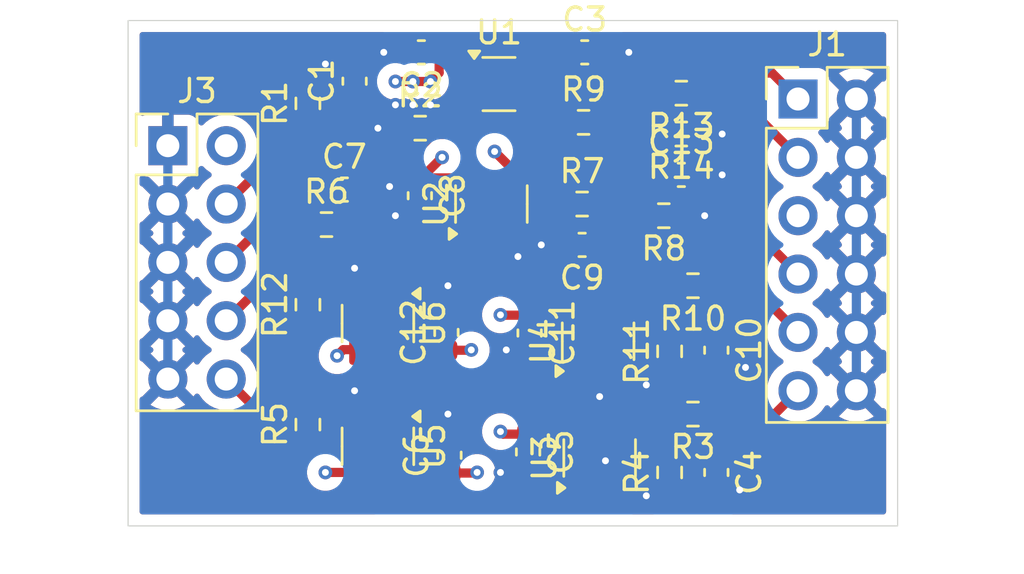
<source format=kicad_pcb>
(kicad_pcb (version 20241229) (generator "pcbnew") (generator_version "9.0")
  (layers (0 "F.Cu" signal) (4 "In1.Cu" signal) (6 "In2.Cu" signal) (2 "B.Cu" signal) (13 "F.Paste" user) (15 "B.Paste" user) (5 "F.SilkS" user "F.Silkscreen") (7 "B.SilkS" user "B.Silkscreen") (1 "F.Mask" user) (3 "B.Mask" user) (25 "Edge.Cuts" user))
  (net 0 "")
  (net 1 "GND")
  (net 2 "Net-(U1-on)")
  (net 3 "/V_batt_in")
  (net 4 "/V_batt_out")
  (net 5 "Net-(U3-+)")
  (net 6 "VDD")
  (net 7 "Net-(U2-no)")
  (net 8 "/L2_out")
  (net 9 "Net-(U4-+)")
  (net 10 "/en")
  (net 11 "/pot_y_out")
  (net 12 "/L2_in")
  (net 13 "/pot_x_out")
  (net 14 "/V_pot_rail")
  (net 15 "/en_in")
  (net 16 "/pot_y_in")
  (net 17 "/pot_x_in")
  (net 18 "Net-(U5-com)")
  (net 19 "Net-(U2-com)")
  (net 20 "Net-(U1-flt)")
  (net 21 "Net-(U6-com)")
  (net 23 "Net-(U3--)")
  (net 24 "Net-(U4--)")
  (footprint "Capacitor_SMD:C_0603_1608Metric" (layer "F.Cu") (at 89.202 94.1255 -90)
    (property "Reference" "C8" (at 0 -1.43 90) (layer "F.SilkS"))
    (property "Value" "100n")
    (fp_line (start -0.14058 0.51) (end 0.14058 0.51) (stroke (width 0.12)) (layer "F.SilkS"))
    (fp_line (start -0.14058 -0.51) (end 0.14058 -0.51) (stroke (width 0.12)) (layer "F.SilkS"))
    (pad "1" smd roundrect (at -0.775 0 270) (size 0.9 0.95) (layers "F.Cu" "F.Mask" "F.Paste") (net 6 "VDD"))
    (pad "2" smd roundrect (at 0.775 0 270) (size 0.9 0.95) (layers "F.Cu" "F.Mask" "F.Paste") (net 1 "GND"))
  )
  (footprint "Connector_PinHeader_2.54mm:PinHeader_2x05_P2.54mm_Vertical" (layer "F.Cu") (at 78.232 91.948)
    (property "Reference" "J3" (at 1.27 -2.38 0) (layer "F.SilkS"))
    (property "Value" "Conn_02x05_Odd_Even")
    (fp_line (start -1.38 -1.38) (end 0 -1.38) (stroke (width 0.12)) (layer "F.SilkS"))
    (fp_line (start -1.38 0) (end -1.38 -1.38) (stroke (width 0.12)) (layer "F.SilkS"))
    (fp_line (start -1.38 1.27) (end -1.38 11.54) (stroke (width 0.12)) (layer "F.SilkS"))
    (fp_line (start -1.38 1.27) (end 1.27 1.27) (stroke (width 0.12)) (layer "F.SilkS"))
    (fp_line (start -1.38 11.54) (end 3.92 11.54) (stroke (width 0.12)) (layer "F.SilkS"))
    (fp_line (start 1.27 -1.38) (end 3.92 -1.38) (stroke (width 0.12)) (layer "F.SilkS"))
    (fp_line (start 1.27 1.27) (end 1.27 -1.38) (stroke (width 0.12)) (layer "F.SilkS"))
    (fp_line (start 3.92 -1.38) (end 3.92 11.54) (stroke (width 0.12)) (layer "F.SilkS"))
    (pad "1" thru_hole rect (at 0 0) (size 1.7 1.7) (drill 1) (layers "*.Cu" "*.Mask") (net 1 "GND"))
    (pad "2" thru_hole circle (at 2.54 0) (size 1.7 1.7) (drill 1) (layers "*.Cu" "*.Mask") (net 3 "/V_batt_in"))
    (pad "3" thru_hole circle (at 0 2.54) (size 1.7 1.7) (drill 1) (layers "*.Cu" "*.Mask") (net 1 "GND"))
    (pad "4" thru_hole circle (at 2.54 2.54) (size 1.7 1.7) (drill 1) (layers "*.Cu" "*.Mask") (net 14 "/V_pot_rail"))
    (pad "5" thru_hole circle (at 0 5.08) (size 1.7 1.7) (drill 1) (layers "*.Cu" "*.Mask") (net 1 "GND"))
    (pad "6" thru_hole circle (at 2.54 5.08) (size 1.7 1.7) (drill 1) (layers "*.Cu" "*.Mask") (net 12 "/L2_in"))
    (pad "7" thru_hole circle (at 0 7.62) (size 1.7 1.7) (drill 1) (layers "*.Cu" "*.Mask") (net 1 "GND"))
    (pad "8" thru_hole circle (at 2.54 7.62) (size 1.7 1.7) (drill 1) (layers "*.Cu" "*.Mask") (net 13 "/pot_x_out"))
    (pad "9" thru_hole circle (at 0 10.16) (size 1.7 1.7) (drill 1) (layers "*.Cu" "*.Mask") (net 1 "GND"))
    (pad "10" thru_hole circle (at 2.54 10.16) (size 1.7 1.7) (drill 1) (layers "*.Cu" "*.Mask") (net 11 "/pot_y_out"))
  )
  (footprint "Capacitor_SMD:C_0603_1608Metric" (layer "F.Cu") (at 96.266 96.266 180)
    (property "Reference" "C9" (at 0 -1.43 0) (layer "F.SilkS"))
    (property "Value" "100n")
    (fp_line (start -0.14058 0.51) (end 0.14058 0.51) (stroke (width 0.12)) (layer "F.SilkS"))
    (fp_line (start -0.14058 -0.51) (end 0.14058 -0.51) (stroke (width 0.12)) (layer "F.SilkS"))
    (pad "1" smd roundrect (at -0.775 0 180) (size 0.9 0.95) (layers "F.Cu" "F.Mask" "F.Paste") (net 8 "/L2_out"))
    (pad "2" smd roundrect (at 0.775 0 180) (size 0.9 0.95) (layers "F.Cu" "F.Mask" "F.Paste") (net 1 "GND"))
  )
  (footprint "Capacitor_SMD:C_0603_1608Metric" (layer "F.Cu") (at 100.584 93.218)
    (property "Reference" "C13" (at 0 -1.43 0) (layer "F.SilkS"))
    (property "Value" "100n")
    (fp_line (start -0.14058 -0.51) (end 0.14058 -0.51) (stroke (width 0.12)) (layer "F.SilkS"))
    (fp_line (start -0.14058 0.51) (end 0.14058 0.51) (stroke (width 0.12)) (layer "F.SilkS"))
    (pad "1" smd roundrect (at -0.775 0) (size 0.9 0.95) (layers "F.Cu" "F.Mask" "F.Paste") (net 10 "/en"))
    (pad "2" smd roundrect (at 0.775 0) (size 0.9 0.95) (layers "F.Cu" "F.Mask" "F.Paste") (net 1 "GND"))
  )
  (footprint "Resistor_SMD:R_0603_1608Metric" (layer "F.Cu") (at 100.584 89.662 180)
    (property "Reference" "R13" (at 0 -1.43 0) (layer "F.SilkS"))
    (property "Value" "1k")
    (fp_line (start -0.237258 0.5225) (end 0.237258 0.5225) (stroke (width 0.12)) (layer "F.SilkS"))
    (fp_line (start -0.237258 -0.5225) (end 0.237258 -0.5225) (stroke (width 0.12)) (layer "F.SilkS"))
    (pad "1" smd roundrect (at -0.825 0 180) (size 0.8 0.95) (layers "F.Cu" "F.Mask" "F.Paste") (net 15 "/en_in"))
    (pad "2" smd roundrect (at 0.825 0 180) (size 0.8 0.95) (layers "F.Cu" "F.Mask" "F.Paste") (net 10 "/en"))
  )
  (footprint "Package_TO_SOT_SMD:SOT-23-5" (layer "F.Cu") (at 87.376 105.0345 -90)
    (property "Reference" "U5" (at 0 -2.4 90) (layer "F.SilkS"))
    (property "Value" "~")
    (fp_line (start 0 1.56) (end -0.8 1.56) (stroke (width 0.12)) (layer "F.SilkS"))
    (fp_line (start 0 1.56) (end 0.8 1.56) (stroke (width 0.12)) (layer "F.SilkS"))
    (fp_line (start 0 -1.56) (end -0.8 -1.56) (stroke (width 0.12)) (layer "F.SilkS"))
    (fp_line (start 0 -1.56) (end 0.8 -1.56) (stroke (width 0.12)) (layer "F.SilkS"))
    (fp_poly (pts (xy -1.3 -1.51) (xy -1.54 -1.84) (xy -1.06 -1.84)) (stroke (width 0.12)) (fill yes) (layer "F.SilkS"))
    (pad "1" smd roundrect (at -1.1375 -0.95 270) (size 1.325 0.6) (layers "F.Cu" "F.Mask" "F.Paste") (net 23 "Net-(U3--)"))
    (pad "2" smd roundrect (at -1.1375 0 270) (size 1.325 0.6) (layers "F.Cu" "F.Mask" "F.Paste") (net 18 "Net-(U5-com)"))
    (pad "3" smd roundrect (at -1.1375 0.95 270) (size 1.325 0.6) (layers "F.Cu" "F.Mask" "F.Paste") (net 1 "GND"))
    (pad "4" smd roundrect (at 1.1375 0.95 270) (size 1.325 0.6) (layers "F.Cu" "F.Mask" "F.Paste") (net 10 "/en"))
    (pad "5" smd roundrect (at 1.1375 -0.95 270) (size 1.325 0.6) (layers "F.Cu" "F.Mask" "F.Paste") (net 6 "VDD"))
  )
  (footprint "Package_TO_SOT_SMD:SOT-363_SC-70-6" (layer "F.Cu") (at 92.648 89.266)
    (property "Reference" "U1" (at 0 -2.25 0) (layer "F.SilkS"))
    (property "Value" "~")
    (fp_line (start -0.71 -1.16) (end 0.7 -1.16) (stroke (width 0.12)) (layer "F.SilkS"))
    (fp_line (start -0.7 1.16) (end 0.7 1.16) (stroke (width 0.12)) (layer "F.SilkS"))
    (fp_poly (pts (xy -1.08 -1.11) (xy -1.32 -1.44) (xy -0.84 -1.44) (xy -1.08 -1.11)) (stroke (width 0.12)) (fill yes) (layer "F.SilkS"))
    (pad "1" smd roundrect (at -0.95 -0.65) (size 0.65 0.4) (layers "F.Cu" "F.Mask" "F.Paste") (net 3 "/V_batt_in"))
    (pad "2" smd roundrect (at -0.95 0) (size 0.65 0.4) (layers "F.Cu" "F.Mask" "F.Paste") (net 1 "GND"))
    (pad "3" smd roundrect (at -0.95 0.65) (size 0.65 0.4) (layers "F.Cu" "F.Mask" "F.Paste") (net 2 "Net-(U1-on)"))
    (pad "4" smd roundrect (at 0.95 0.65) (size 0.65 0.4) (layers "F.Cu" "F.Mask" "F.Paste"))
    (pad "5" smd roundrect (at 0.95 0) (size 0.65 0.4) (layers "F.Cu" "F.Mask" "F.Paste") (net 20 "Net-(U1-flt)"))
    (pad "6" smd roundrect (at 0.95 -0.65) (size 0.65 0.4) (layers "F.Cu" "F.Mask" "F.Paste") (net 4 "/V_batt_out"))
  )
  (footprint "Resistor_SMD:R_0603_1608Metric" (layer "F.Cu") (at 100.584 91.44 180)
    (property "Reference" "R14" (at 0 -1.43 0) (layer "F.SilkS"))
    (property "Value" "100k")
    (fp_line (start -0.237258 0.5225) (end 0.237258 0.5225) (stroke (width 0.12)) (layer "F.SilkS"))
    (fp_line (start -0.237258 -0.5225) (end 0.237258 -0.5225) (stroke (width 0.12)) (layer "F.SilkS"))
    (pad "1" smd roundrect (at -0.825 0 180) (size 0.8 0.95) (layers "F.Cu" "F.Mask" "F.Paste") (net 1 "GND"))
    (pad "2" smd roundrect (at 0.825 0 180) (size 0.8 0.95) (layers "F.Cu" "F.Mask" "F.Paste") (net 10 "/en"))
  )
  (footprint "Resistor_SMD:R_0603_1608Metric" (layer "F.Cu") (at 100.076 106.172 90)
    (property "Reference" "R4" (at 0 -1.43 90) (layer "F.SilkS"))
    (property "Value" "18k")
    (fp_line (start -0.237258 -0.5225) (end 0.237258 -0.5225) (stroke (width 0.12)) (layer "F.SilkS"))
    (fp_line (start -0.237258 0.5225) (end 0.237258 0.5225) (stroke (width 0.12)) (layer "F.SilkS"))
    (pad "1" smd roundrect (at -0.825 0 90) (size 0.8 0.95) (layers "F.Cu" "F.Mask" "F.Paste") (net 1 "GND"))
    (pad "2" smd roundrect (at 0.825 0 90) (size 0.8 0.95) (layers "F.Cu" "F.Mask" "F.Paste") (net 5 "Net-(U3-+)"))
  )
  (footprint "Package_TO_SOT_SMD:SOT-23-5" (layer "F.Cu") (at 87.376 99.6895 -90)
    (property "Reference" "U6" (at 0 -2.4 90) (layer "F.SilkS"))
    (property "Value" "~")
    (fp_line (start 0 1.56) (end -0.8 1.56) (stroke (width 0.12)) (layer "F.SilkS"))
    (fp_line (start 0 1.56) (end 0.8 1.56) (stroke (width 0.12)) (layer "F.SilkS"))
    (fp_line (start 0 -1.56) (end -0.8 -1.56) (stroke (width 0.12)) (layer "F.SilkS"))
    (fp_line (start 0 -1.56) (end 0.8 -1.56) (stroke (width 0.12)) (layer "F.SilkS"))
    (fp_poly (pts (xy -1.3 -1.51) (xy -1.54 -1.84) (xy -1.06 -1.84)) (stroke (width 0.12)) (fill yes) (layer "F.SilkS"))
    (pad "1" smd roundrect (at -1.1375 -0.95 270) (size 1.325 0.6) (layers "F.Cu" "F.Mask" "F.Paste") (net 24 "Net-(U4--)"))
    (pad "2" smd roundrect (at -1.1375 0 270) (size 1.325 0.6) (layers "F.Cu" "F.Mask" "F.Paste") (net 21 "Net-(U6-com)"))
    (pad "3" smd roundrect (at -1.1375 0.95 270) (size 1.325 0.6) (layers "F.Cu" "F.Mask" "F.Paste") (net 1 "GND"))
    (pad "4" smd roundrect (at 1.1375 0.95 270) (size 1.325 0.6) (layers "F.Cu" "F.Mask" "F.Paste") (net 10 "/en"))
    (pad "5" smd roundrect (at 1.1375 -0.95 270) (size 1.325 0.6) (layers "F.Cu" "F.Mask" "F.Paste") (net 6 "VDD"))
  )
  (footprint "Capacitor_SMD:C_0603_1608Metric" (layer "F.Cu") (at 96.379 87.884)
    (property "Reference" "C3" (at 0 -1.43 0) (layer "F.SilkS"))
    (property "Value" "100n")
    (fp_line (start -0.14058 -0.51) (end 0.14058 -0.51) (stroke (width 0.12)) (layer "F.SilkS"))
    (fp_line (start -0.14058 0.51) (end 0.14058 0.51) (stroke (width 0.12)) (layer "F.SilkS"))
    (pad "1" smd roundrect (at -0.775 0) (size 0.9 0.95) (layers "F.Cu" "F.Mask" "F.Paste") (net 4 "/V_batt_out"))
    (pad "2" smd roundrect (at 0.775 0) (size 0.9 0.95) (layers "F.Cu" "F.Mask" "F.Paste") (net 1 "GND"))
  )
  (footprint "Capacitor_SMD:C_0603_1608Metric" (layer "F.Cu") (at 86.36 89.141 90)
    (property "Reference" "C1" (at 0 -1.43 90) (layer "F.SilkS"))
    (property "Value" "100n")
    (fp_line (start -0.14058 -0.51) (end 0.14058 -0.51) (stroke (width 0.12)) (layer "F.SilkS"))
    (fp_line (start -0.14058 0.51) (end 0.14058 0.51) (stroke (width 0.12)) (layer "F.SilkS"))
    (pad "1" smd roundrect (at -0.775 0 90) (size 0.9 0.95) (layers "F.Cu" "F.Mask" "F.Paste") (net 2 "Net-(U1-on)"))
    (pad "2" smd roundrect (at 0.775 0 90) (size 0.9 0.95) (layers "F.Cu" "F.Mask" "F.Paste") (net 1 "GND"))
  )
  (footprint "Resistor_SMD:R_0603_1608Metric" (layer "F.Cu") (at 84.328 90.107 90)
    (property "Reference" "R1" (at 0 -1.43 90) (layer "F.SilkS"))
    (property "Value" "1k")
    (fp_line (start -0.237258 -0.5225) (end 0.237258 -0.5225) (stroke (width 0.12)) (layer "F.SilkS"))
    (fp_line (start -0.237258 0.5225) (end 0.237258 0.5225) (stroke (width 0.12)) (layer "F.SilkS"))
    (pad "1" smd roundrect (at -0.825 0 90) (size 0.8 0.95) (layers "F.Cu" "F.Mask" "F.Paste") (net 14 "/V_pot_rail"))
    (pad "2" smd roundrect (at 0.825 0 90) (size 0.8 0.95) (layers "F.Cu" "F.Mask" "F.Paste") (net 2 "Net-(U1-on)"))
  )
  (footprint "Resistor_SMD:R_0603_1608Metric" (layer "F.Cu") (at 85.138 95.3825)
    (property "Reference" "R6" (at 0 -1.43 0) (layer "F.SilkS"))
    (property "Value" "1k")
    (fp_line (start -0.237258 -0.5225) (end 0.237258 -0.5225) (stroke (width 0.12)) (layer "F.SilkS"))
    (fp_line (start -0.237258 0.5225) (end 0.237258 0.5225) (stroke (width 0.12)) (layer "F.SilkS"))
    (pad "1" smd roundrect (at -0.825 0) (size 0.8 0.95) (layers "F.Cu" "F.Mask" "F.Paste") (net 12 "/L2_in"))
    (pad "2" smd roundrect (at 0.825 0) (size 0.8 0.95) (layers "F.Cu" "F.Mask" "F.Paste") (net 7 "Net-(U2-no)"))
  )
  (footprint "Package_TO_SOT_SMD:SOT-23-5" (layer "F.Cu") (at 97.028 105.5425 90)
    (property "Reference" "U3" (at 0 -2.4 90) (layer "F.SilkS"))
    (property "Value" "TLV9061xDBV")
    (fp_line (start 0 -1.56) (end 0.8 -1.56) (stroke (width 0.12)) (layer "F.SilkS"))
    (fp_line (start 0 -1.56) (end -0.8 -1.56) (stroke (width 0.12)) (layer "F.SilkS"))
    (fp_line (start 0 1.56) (end 0.8 1.56) (stroke (width 0.12)) (layer "F.SilkS"))
    (fp_line (start 0 1.56) (end -0.8 1.56) (stroke (width 0.12)) (layer "F.SilkS"))
    (fp_poly (pts (xy -1.3 -1.51) (xy -1.54 -1.84) (xy -1.06 -1.84)) (stroke (width 0.12)) (fill yes) (layer "F.SilkS"))
    (pad "1" smd roundrect (at -1.1375 -0.95 90) (size 1.325 0.6) (layers "F.Cu" "F.Mask" "F.Paste") (net 23 "Net-(U3--)"))
    (pad "2" smd roundrect (at -1.1375 0 90) (size 1.325 0.6) (layers "F.Cu" "F.Mask" "F.Paste") (net 1 "GND"))
    (pad "3" smd roundrect (at -1.1375 0.95 90) (size 1.325 0.6) (layers "F.Cu" "F.Mask" "F.Paste") (net 5 "Net-(U3-+)"))
    (pad "4" smd roundrect (at 1.1375 0.95 90) (size 1.325 0.6) (layers "F.Cu" "F.Mask" "F.Paste") (net 23 "Net-(U3--)"))
    (pad "5" smd roundrect (at 1.1375 -0.95 90) (size 1.325 0.6) (layers "F.Cu" "F.Mask" "F.Paste") (net 6 "VDD"))
  )
  (footprint "Resistor_SMD:R_0603_1608Metric" (layer "F.Cu") (at 89.217 91.186)
    (property "Reference" "R2" (at 0 -1.43 0) (layer "F.SilkS"))
    (property "Value" "100k")
    (fp_line (start -0.237258 -0.5225) (end 0.237258 -0.5225) (stroke (width 0.12)) (layer "F.SilkS"))
    (fp_line (start -0.237258 0.5225) (end 0.237258 0.5225) (stroke (width 0.12)) (layer "F.SilkS"))
    (pad "1" smd roundrect (at -0.825 0) (size 0.8 0.95) (layers "F.Cu" "F.Mask" "F.Paste") (net 1 "GND"))
    (pad "2" smd roundrect (at 0.825 0) (size 0.8 0.95) (layers "F.Cu" "F.Mask" "F.Paste") (net 2 "Net-(U1-on)"))
  )
  (footprint "Capacitor_SMD:C_0603_1608Metric" (layer "F.Cu") (at 90.49 105.423 90)
    (property "Reference" "C6" (at 0 -1.43 90) (layer "F.SilkS"))
    (property "Value" "100n")
    (fp_line (start -0.14058 -0.51) (end 0.14058 -0.51) (stroke (width 0.12)) (layer "F.SilkS"))
    (fp_line (start -0.14058 0.51) (end 0.14058 0.51) (stroke (width 0.12)) (layer "F.SilkS"))
    (pad "1" smd roundrect (at -0.775 0 90) (size 0.9 0.95) (layers "F.Cu" "F.Mask" "F.Paste") (net 6 "VDD"))
    (pad "2" smd roundrect (at 0.775 0 90) (size 0.9 0.95) (layers "F.Cu" "F.Mask" "F.Paste") (net 1 "GND"))
  )
  (footprint "Capacitor_SMD:C_0603_1608Metric" (layer "F.Cu") (at 102.108 106.172 -90)
    (property "Reference" "C4" (at 0 -1.43 90) (layer "F.SilkS"))
    (property "Value" "100n")
    (fp_line (start -0.14058 0.51) (end 0.14058 0.51) (stroke (width 0.12)) (layer "F.SilkS"))
    (fp_line (start -0.14058 -0.51) (end 0.14058 -0.51) (stroke (width 0.12)) (layer "F.SilkS"))
    (pad "1" smd roundrect (at -0.775 0 270) (size 0.9 0.95) (layers "F.Cu" "F.Mask" "F.Paste") (net 5 "Net-(U3-+)"))
    (pad "2" smd roundrect (at 0.775 0 270) (size 0.9 0.95) (layers "F.Cu" "F.Mask" "F.Paste") (net 1 "GND"))
  )
  (footprint "Package_TO_SOT_SMD:SOT-23-5" (layer "F.Cu") (at 92.316 94.488 90)
    (property "Reference" "U2" (at 0 -2.4 90) (layer "F.SilkS"))
    (property "Value" "~")
    (fp_line (start 0 -1.56) (end 0.8 -1.56) (stroke (width 0.12)) (layer "F.SilkS"))
    (fp_line (start 0 -1.56) (end -0.8 -1.56) (stroke (width 0.12)) (layer "F.SilkS"))
    (fp_line (start 0 1.56) (end 0.8 1.56) (stroke (width 0.12)) (layer "F.SilkS"))
    (fp_line (start 0 1.56) (end -0.8 1.56) (stroke (width 0.12)) (layer "F.SilkS"))
    (fp_poly (pts (xy -1.3 -1.51) (xy -1.54 -1.84) (xy -1.06 -1.84)) (stroke (width 0.12)) (fill yes) (layer "F.SilkS"))
    (pad "1" smd roundrect (at -1.1375 -0.95 90) (size 1.325 0.6) (layers "F.Cu" "F.Mask" "F.Paste") (net 7 "Net-(U2-no)"))
    (pad "2" smd roundrect (at -1.1375 0 90) (size 1.325 0.6) (layers "F.Cu" "F.Mask" "F.Paste") (net 19 "Net-(U2-com)"))
    (pad "3" smd roundrect (at -1.1375 0.95 90) (size 1.325 0.6) (layers "F.Cu" "F.Mask" "F.Paste") (net 1 "GND"))
    (pad "4" smd roundrect (at 1.1375 0.95 90) (size 1.325 0.6) (layers "F.Cu" "F.Mask" "F.Paste") (net 10 "/en"))
    (pad "5" smd roundrect (at 1.1375 -0.95 90) (size 1.325 0.6) (layers "F.Cu" "F.Mask" "F.Paste") (net 6 "VDD"))
  )
  (footprint "Package_TO_SOT_SMD:SOT-23-5" (layer "F.Cu") (at 96.962 100.4625 90)
    (property "Reference" "U4" (at 0 -2.4 90) (layer "F.SilkS"))
    (property "Value" "TLV9061xDBV")
    (fp_line (start 0 -1.56) (end 0.8 -1.56) (stroke (width 0.12)) (layer "F.SilkS"))
    (fp_line (start 0 -1.56) (end -0.8 -1.56) (stroke (width 0.12)) (layer "F.SilkS"))
    (fp_line (start 0 1.56) (end 0.8 1.56) (stroke (width 0.12)) (layer "F.SilkS"))
    (fp_line (start 0 1.56) (end -0.8 1.56) (stroke (width 0.12)) (layer "F.SilkS"))
    (fp_poly (pts (xy -1.3 -1.51) (xy -1.54 -1.84) (xy -1.06 -1.84)) (stroke (width 0.12)) (fill yes) (layer "F.SilkS"))
    (pad "1" smd roundrect (at -1.1375 -0.95 90) (size 1.325 0.6) (layers "F.Cu" "F.Mask" "F.Paste") (net 24 "Net-(U4--)"))
    (pad "2" smd roundrect (at -1.1375 0 90) (size 1.325 0.6) (layers "F.Cu" "F.Mask" "F.Paste") (net 1 "GND"))
    (pad "3" smd roundrect (at -1.1375 0.95 90) (size 1.325 0.6) (layers "F.Cu" "F.Mask" "F.Paste") (net 9 "Net-(U4-+)"))
    (pad "4" smd roundrect (at 1.1375 0.95 90) (size 1.325 0.6) (layers "F.Cu" "F.Mask" "F.Paste") (net 24 "Net-(U4--)"))
    (pad "5" smd roundrect (at 1.1375 -0.95 90) (size 1.325 0.6) (layers "F.Cu" "F.Mask" "F.Paste") (net 6 "VDD"))
  )
  (footprint "Resistor_SMD:R_0603_1608Metric" (layer "F.Cu") (at 96.329 90.932)
    (property "Reference" "R9" (at 0 -1.43 0) (layer "F.SilkS"))
    (property "Value" "100k")
    (fp_line (start -0.237258 -0.5225) (end 0.237258 -0.5225) (stroke (width 0.12)) (layer "F.SilkS"))
    (fp_line (start -0.237258 0.5225) (end 0.237258 0.5225) (stroke (width 0.12)) (layer "F.SilkS"))
    (pad "1" smd roundrect (at -0.825 0) (size 0.8 0.95) (layers "F.Cu" "F.Mask" "F.Paste") (net 20 "Net-(U1-flt)"))
    (pad "2" smd roundrect (at 0.825 0) (size 0.8 0.95) (layers "F.Cu" "F.Mask" "F.Paste") (net 4 "/V_batt_out"))
  )
  (footprint "Capacitor_SMD:C_0603_1608Metric" (layer "F.Cu") (at 93.98 100.102 -90)
    (property "Reference" "C11" (at 0 -1.43 90) (layer "F.SilkS"))
    (property "Value" "100n")
    (fp_line (start -0.14058 0.51) (end 0.14058 0.51) (stroke (width 0.12)) (layer "F.SilkS"))
    (fp_line (start -0.14058 -0.51) (end 0.14058 -0.51) (stroke (width 0.12)) (layer "F.SilkS"))
    (pad "1" smd roundrect (at -0.775 0 270) (size 0.9 0.95) (layers "F.Cu" "F.Mask" "F.Paste") (net 6 "VDD"))
    (pad "2" smd roundrect (at 0.775 0 270) (size 0.9 0.95) (layers "F.Cu" "F.Mask" "F.Paste") (net 1 "GND"))
  )
  (footprint "Resistor_SMD:R_0603_1608Metric" (layer "F.Cu") (at 101.092 98.044 180)
    (property "Reference" "R10" (at 0 -1.43 0) (layer "F.SilkS"))
    (property "Value" "15k")
    (fp_line (start -0.237258 0.5225) (end 0.237258 0.5225) (stroke (width 0.12)) (layer "F.SilkS"))
    (fp_line (start -0.237258 -0.5225) (end 0.237258 -0.5225) (stroke (width 0.12)) (layer "F.SilkS"))
    (pad "1" smd roundrect (at -0.825 0 180) (size 0.8 0.95) (layers "F.Cu" "F.Mask" "F.Paste") (net 17 "/pot_x_in"))
    (pad "2" smd roundrect (at 0.825 0 180) (size 0.8 0.95) (layers "F.Cu" "F.Mask" "F.Paste") (net 9 "Net-(U4-+)"))
  )
  (footprint "Capacitor_SMD:C_0603_1608Metric" (layer "F.Cu") (at 90.358 100.078 90)
    (property "Reference" "C12" (at 0 -1.43 90) (layer "F.SilkS"))
    (property "Value" "100n")
    (fp_line (start -0.14058 -0.51) (end 0.14058 -0.51) (stroke (width 0.12)) (layer "F.SilkS"))
    (fp_line (start -0.14058 0.51) (end 0.14058 0.51) (stroke (width 0.12)) (layer "F.SilkS"))
    (pad "1" smd roundrect (at -0.775 0 90) (size 0.9 0.95) (layers "F.Cu" "F.Mask" "F.Paste") (net 6 "VDD"))
    (pad "2" smd roundrect (at 0.775 0 90) (size 0.9 0.95) (layers "F.Cu" "F.Mask" "F.Paste") (net 1 "GND"))
  )
  (footprint "Capacitor_SMD:C_0603_1608Metric" (layer "F.Cu") (at 102.108 100.851 -90)
    (property "Reference" "C10" (at 0 -1.43 90) (layer "F.SilkS"))
    (property "Value" "100n")
    (fp_line (start -0.14058 0.51) (end 0.14058 0.51) (stroke (width 0.12)) (layer "F.SilkS"))
    (fp_line (start -0.14058 -0.51) (end 0.14058 -0.51) (stroke (width 0.12)) (layer "F.SilkS"))
    (pad "1" smd roundrect (at -0.775 0 270) (size 0.9 0.95) (layers "F.Cu" "F.Mask" "F.Paste") (net 9 "Net-(U4-+)"))
    (pad "2" smd roundrect (at 0.775 0 270) (size 0.9 0.95) (layers "F.Cu" "F.Mask" "F.Paste") (net 1 "GND"))
  )
  (footprint "Resistor_SMD:R_0603_1608Metric" (layer "F.Cu") (at 96.266 94.488)
    (property "Reference" "R7" (at 0 -1.43 0) (layer "F.SilkS"))
    (property "Value" "1k")
    (fp_line (start -0.237258 -0.5225) (end 0.237258 -0.5225) (stroke (width 0.12)) (layer "F.SilkS"))
    (fp_line (start -0.237258 0.5225) (end 0.237258 0.5225) (stroke (width 0.12)) (layer "F.SilkS"))
    (pad "1" smd roundrect (at -0.825 0) (size 0.8 0.95) (layers "F.Cu" "F.Mask" "F.Paste") (net 19 "Net-(U2-com)"))
    (pad "2" smd roundrect (at 0.825 0) (size 0.8 0.95) (layers "F.Cu" "F.Mask" "F.Paste") (net 8 "/L2_out"))
  )
  (footprint "Capacitor_SMD:C_0603_1608Metric" (layer "F.Cu") (at 85.913 93.8585)
    (property "Reference" "C7" (at 0 -1.43 0) (layer "F.SilkS"))
    (property "Value" "100n")
    (fp_line (start -0.14058 -0.51) (end 0.14058 -0.51) (stroke (width 0.12)) (layer "F.SilkS"))
    (fp_line (start -0.14058 0.51) (end 0.14058 0.51) (stroke (width 0.12)) (layer "F.SilkS"))
    (pad "1" smd roundrect (at -0.775 0) (size 0.9 0.95) (layers "F.Cu" "F.Mask" "F.Paste") (net 7 "Net-(U2-no)"))
    (pad "2" smd roundrect (at 0.775 0) (size 0.9 0.95) (layers "F.Cu" "F.Mask" "F.Paste") (net 1 "GND"))
  )
  (footprint "Connector_PinHeader_2.54mm:PinHeader_2x06_P2.54mm_Vertical" (layer "F.Cu") (at 105.664 89.916)
    (property "Reference" "J1" (at 1.27 -2.38 0) (layer "F.SilkS"))
    (property "Value" "Conn_02x06_Odd_Even")
    (fp_line (start -1.38 -1.38) (end 0 -1.38) (stroke (width 0.12)) (layer "F.SilkS"))
    (fp_line (start -1.38 0) (end -1.38 -1.38) (stroke (width 0.12)) (layer "F.SilkS"))
    (fp_line (start -1.38 1.27) (end -1.38 14.08) (stroke (width 0.12)) (layer "F.SilkS"))
    (fp_line (start -1.38 1.27) (end 1.27 1.27) (stroke (width 0.12)) (layer "F.SilkS"))
    (fp_line (start -1.38 14.08) (end 3.92 14.08) (stroke (width 0.12)) (layer "F.SilkS"))
    (fp_line (start 1.27 -1.38) (end 3.92 -1.38) (stroke (width 0.12)) (layer "F.SilkS"))
    (fp_line (start 1.27 1.27) (end 1.27 -1.38) (stroke (width 0.12)) (layer "F.SilkS"))
    (fp_line (start 3.92 -1.38) (end 3.92 14.08) (stroke (width 0.12)) (layer "F.SilkS"))
    (pad "1" thru_hole rect (at 0 0) (size 1.7 1.7) (drill 1) (layers "*.Cu" "*.Mask") (net 4 "/V_batt_out"))
    (pad "2" thru_hole circle (at 2.54 0) (size 1.7 1.7) (drill 1) (layers "*.Cu" "*.Mask") (net 1 "GND"))
    (pad "3" thru_hole circle (at 0 2.54) (size 1.7 1.7) (drill 1) (layers "*.Cu" "*.Mask") (net 15 "/en_in"))
    (pad "4" thru_hole circle (at 2.54 2.54) (size 1.7 1.7) (drill 1) (layers "*.Cu" "*.Mask") (net 1 "GND"))
    (pad "5" thru_hole circle (at 0 5.08) (size 1.7 1.7) (drill 1) (layers "*.Cu" "*.Mask") (net 6 "VDD"))
    (pad "6" thru_hole circle (at 2.54 5.08) (size 1.7 1.7) (drill 1) (layers "*.Cu" "*.Mask") (net 1 "GND"))
    (pad "7" thru_hole circle (at 0 7.62) (size 1.7 1.7) (drill 1) (layers "*.Cu" "*.Mask") (net 8 "/L2_out"))
    (pad "8" thru_hole circle (at 2.54 7.62) (size 1.7 1.7) (drill 1) (layers "*.Cu" "*.Mask") (net 1 "GND"))
    (pad "9" thru_hole circle (at 0 10.16) (size 1.7 1.7) (drill 1) (layers "*.Cu" "*.Mask") (net 17 "/pot_x_in"))
    (pad "10" thru_hole circle (at 2.54 10.16) (size 1.7 1.7) (drill 1) (layers "*.Cu" "*.Mask") (net 1 "GND"))
    (pad "11" thru_hole circle (at 0 12.7) (size 1.7 1.7) (drill 1) (layers "*.Cu" "*.Mask") (net 16 "/pot_y_in"))
    (pad "12" thru_hole circle (at 2.54 12.7) (size 1.7 1.7) (drill 1) (layers "*.Cu" "*.Mask") (net 1 "GND"))
  )
  (footprint "Capacitor_SMD:C_0603_1608Metric" (layer "F.Cu") (at 89.267 87.884 180)
    (property "Reference" "C2" (at 0 -1.43 0) (layer "F.SilkS"))
    (property "Value" "100n")
    (fp_line (start -0.14058 0.51) (end 0.14058 0.51) (stroke (width 0.12)) (layer "F.SilkS"))
    (fp_line (start -0.14058 -0.51) (end 0.14058 -0.51) (stroke (width 0.12)) (layer "F.SilkS"))
    (pad "1" smd roundrect (at -0.775 0 180) (size 0.9 0.95) (layers "F.Cu" "F.Mask" "F.Paste") (net 3 "/V_batt_in"))
    (pad "2" smd roundrect (at 0.775 0 180) (size 0.9 0.95) (layers "F.Cu" "F.Mask" "F.Paste") (net 1 "GND"))
  )
  (footprint "Resistor_SMD:R_0603_1608Metric" (layer "F.Cu") (at 100.076 100.901 90)
    (property "Reference" "R11" (at 0 -1.43 90) (layer "F.SilkS"))
    (property "Value" "18k")
    (fp_line (start -0.237258 -0.5225) (end 0.237258 -0.5225) (stroke (width 0.12)) (layer "F.SilkS"))
    (fp_line (start -0.237258 0.5225) (end 0.237258 0.5225) (stroke (width 0.12)) (layer "F.SilkS"))
    (pad "1" smd roundrect (at -0.825 0 90) (size 0.8 0.95) (layers "F.Cu" "F.Mask" "F.Paste") (net 1 "GND"))
    (pad "2" smd roundrect (at 0.825 0 90) (size 0.8 0.95) (layers "F.Cu" "F.Mask" "F.Paste") (net 9 "Net-(U4-+)"))
  )
  (footprint "Resistor_SMD:R_0603_1608Metric" (layer "F.Cu") (at 101.092 103.632 180)
    (property "Reference" "R3" (at 0 -1.43 0) (layer "F.SilkS"))
    (property "Value" "15k")
    (fp_line (start -0.237258 0.5225) (end 0.237258 0.5225) (stroke (width 0.12)) (layer "F.SilkS"))
    (fp_line (start -0.237258 -0.5225) (end 0.237258 -0.5225) (stroke (width 0.12)) (layer "F.SilkS"))
    (pad "1" smd roundrect (at -0.825 0 180) (size 0.8 0.95) (layers "F.Cu" "F.Mask" "F.Paste") (net 16 "/pot_y_in"))
    (pad "2" smd roundrect (at 0.825 0 180) (size 0.8 0.95) (layers "F.Cu" "F.Mask" "F.Paste") (net 5 "Net-(U3-+)"))
  )
  (footprint "Resistor_SMD:R_0603_1608Metric" (layer "F.Cu") (at 99.822 94.996 180)
    (property "Reference" "R8" (at 0 -1.43 0) (layer "F.SilkS"))
    (property "Value" "100k")
    (fp_line (start -0.237258 0.5225) (end 0.237258 0.5225) (stroke (width 0.12)) (layer "F.SilkS"))
    (fp_line (start -0.237258 -0.5225) (end 0.237258 -0.5225) (stroke (width 0.12)) (layer "F.SilkS"))
    (pad "1" smd roundrect (at -0.825 0 180) (size 0.8 0.95) (layers "F.Cu" "F.Mask" "F.Paste") (net 1 "GND"))
    (pad "2" smd roundrect (at 0.825 0 180) (size 0.8 0.95) (layers "F.Cu" "F.Mask" "F.Paste") (net 8 "/L2_out"))
  )
  (footprint "Resistor_SMD:R_0603_1608Metric" (layer "F.Cu") (at 84.328 104.088 90)
    (property "Reference" "R5" (at 0 -1.43 90) (layer "F.SilkS"))
    (property "Value" "100")
    (fp_line (start -0.237258 -0.5225) (end 0.237258 -0.5225) (stroke (width 0.12)) (layer "F.SilkS"))
    (fp_line (start -0.237258 0.5225) (end 0.237258 0.5225) (stroke (width 0.12)) (layer "F.SilkS"))
    (pad "1" smd roundrect (at -0.825 0 90) (size 0.8 0.95) (layers "F.Cu" "F.Mask" "F.Paste") (net 18 "Net-(U5-com)"))
    (pad "2" smd roundrect (at 0.825 0 90) (size 0.8 0.95) (layers "F.Cu" "F.Mask" "F.Paste") (net 11 "/pot_y_out"))
  )
  (footprint "Resistor_SMD:R_0603_1608Metric" (layer "F.Cu") (at 84.328 98.869 90)
    (property "Reference" "R12" (at 0 -1.43 90) (layer "F.SilkS"))
    (property "Value" "100")
    (fp_line (start -0.237258 -0.5225) (end 0.237258 -0.5225) (stroke (width 0.12)) (layer "F.SilkS"))
    (fp_line (start -0.237258 0.5225) (end 0.237258 0.5225) (stroke (width 0.12)) (layer "F.SilkS"))
    (pad "1" smd roundrect (at -0.825 0 90) (size 0.8 0.95) (layers "F.Cu" "F.Mask" "F.Paste") (net 21 "Net-(U6-com)"))
    (pad "2" smd roundrect (at 0.825 0 90) (size 0.8 0.95) (layers "F.Cu" "F.Mask" "F.Paste") (net 13 "/pot_x_out"))
  )
  (footprint "Capacitor_SMD:C_0603_1608Metric" (layer "F.Cu") (at 93.914 105.28 -90)
    (property "Reference" "C5" (at 0 -1.43 90) (layer "F.SilkS"))
    (property "Value" "100n")
    (fp_line (start -0.14058 0.51) (end 0.14058 0.51) (stroke (width 0.12)) (layer "F.SilkS"))
    (fp_line (start -0.14058 -0.51) (end 0.14058 -0.51) (stroke (width 0.12)) (layer "F.SilkS"))
    (pad "1" smd roundrect (at -0.775 0 270) (size 0.9 0.95) (layers "F.Cu" "F.Mask" "F.Paste") (net 6 "VDD"))
    (pad "2" smd roundrect (at 0.775 0 270) (size 0.9 0.95) (layers "F.Cu" "F.Mask" "F.Paste") (net 1 "GND"))
  )
  (gr_rect (start 76.5 86.5) (end 110 108.5) (stroke (width 0.05)) (fill no) (layer "Edge.Cuts"))
  (segment (start 93.914 106.055) (end 92.827 106.055) (width 0.2) (layer "F.Cu") (net 1))
  (segment (start 86.426 98.552) (end 86.426 97.348) (width 0.4) (layer "F.Cu") (net 1))
  (segment (start 87.7515 93.8585) (end 87.884 93.726) (width 0.4) (layer "F.Cu") (net 1))
  (segment (start 90.49 103.698) (end 90.424 103.632) (width 0.4) (layer "F.Cu") (net 1))
  (segment (start 86.426 97.348) (end 86.36 97.282) (width 0.4) (layer "F.Cu") (net 1))
  (segment (start 88.492 87.884) (end 87.63 87.884) (width 0.4) (layer "F.Cu") (net 1))
  (segment (start 88.9 90.17) (end 89.662 90.17) (width 0.4) (layer "F.Cu") (net 1))
  (segment (start 100.647 94.996) (end 101.6 94.996) (width 0.4) (layer "F.Cu") (net 1))
  (segment (start 90.972 89.622) (end 90.424 90.17) (width 0.4) (layer "F.Cu") (net 1))
  (segment (start 101.359 93.218) (end 102.362 93.218) (width 0.4) (layer "F.Cu") (net 1))
  (segment (start 99.696 101.726) (end 99.06 102.362) (width 0.4) (layer "F.Cu") (net 1))
  (segment (start 90.358 99.303) (end 90.358 98.11) (width 0.4) (layer "F.Cu") (net 1))
  (segment (start 103.352 101.626) (end 103.378 101.6) (width 0.4) (layer "F.Cu") (net 1))
  (segment (start 91.311708 89.266) (end 90.972 89.605708) (width 0.4) (layer "F.Cu") (net 1))
  (segment (start 102.108 106.947) (end 103.111 106.947) (width 0.4) (layer "F.Cu") (net 1))
  (segment (start 97.154 87.884) (end 98.298 87.884) (width 0.4) (layer "F.Cu") (net 1))
  (segment (start 86.688 93.8585) (end 87.7515 93.8585) (width 0.4) (layer "F.Cu") (net 1))
  (segment (start 97.028 105.918) (end 97.282 105.664) (width 0.4) (layer "F.Cu") (net 1))
  (segment (start 95.491 96.266) (end 94.488 96.266) (width 0.4) (layer "F.Cu") (net 1))
  (segment (start 99.251 106.997) (end 99.06 107.188) (width 0.4) (layer "F.Cu") (net 1))
  (segment (start 93.003 100.877) (end 92.964 100.838) (width 0.4) (layer "F.Cu") (net 1))
  (segment (start 103.111 106.947) (end 103.124 106.934) (width 0.4) (layer "F.Cu") (net 1))
  (segment (start 86.426 103.897) (end 86.426 102.682) (width 0.4) (layer "F.Cu") (net 1))
  (segment (start 92.827 106.055) (end 92.71 106.172) (width 0.2) (layer "F.Cu") (net 1))
  (segment (start 88.138 90.17) (end 88.9 90.17) (width 0.4) (layer "F.Cu") (net 1))
  (segment (start 102.108 101.626) (end 103.352 101.626) (width 0.4) (layer "F.Cu") (net 1))
  (segment (start 90.49 104.648) (end 90.49 103.698) (width 0.4) (layer "F.Cu") (net 1))
  (segment (start 101.409 91.44) (end 102.362 91.44) (width 0.4) (layer "F.Cu") (net 1))
  (segment (start 100.076 106.997) (end 99.251 106.997) (width 0.4) (layer "F.Cu") (net 1))
  (segment (start 90.424 90.17) (end 89.662 90.17) (width 0.4) (layer "F.Cu") (net 1))
  (segment (start 97.028 101.666) (end 96.962 101.6) (width 0.4) (layer "F.Cu") (net 1))
  (segment (start 88.392 91.186) (end 87.376 91.186) (width 0.4) (layer "F.Cu") (net 1))
  (segment (start 86.36 88.366) (end 85.116 88.366) (width 0.4) (layer "F.Cu") (net 1))
  (segment (start 93.266 96.568) (end 93.472 96.774) (width 0.4) (layer "F.Cu") (net 1))
  (segment (start 90.358 98.11) (end 90.424 98.044) (width 0.4) (layer "F.Cu") (net 1))
  (segment (start 97.028 106.68) (end 97.028 105.918) (width 0.4) (layer "F.Cu") (net 1))
  (segment (start 93.266 95.6255) (end 93.266 96.568) (width 0.4) (layer "F.Cu") (net 1))
  (segment (start 93.98 100.877) (end 93.003 100.877) (width 0.4) (layer "F.Cu") (net 1))
  (segment (start 89.202 94.9005) (end 88.2335 94.9005) (width 0.4) (layer "F.Cu") (net 1))
  (segment (start 90.972 89.605708) (end 90.972 89.622) (width 0.4) (layer "F.Cu") (net 1))
  (segment (start 85.116 88.366) (end 85.09 88.392) (width 0.4) (layer "F.Cu") (net 1))
  (segment (start 86.426 102.682) (end 86.36 102.616) (width 0.4) (layer "F.Cu") (net 1))
  (segment (start 88.2335 94.9005) (end 88.138 94.996) (width 0.4) (layer "F.Cu") (net 1))
  (segment (start 100.076 101.726) (end 99.696 101.726) (width 0.4) (layer "F.Cu") (net 1))
  (segment (start 91.698 89.266) (end 91.311708 89.266) (width 0.4) (layer "F.Cu") (net 1))
  (segment (start 97.028 102.87) (end 97.028 101.666) (width 0.4) (layer "F.Cu") (net 1))
  (via (at 103.378 101.6) (size 0.6) (drill 0.3) (layers "F.Cu" "B.Cu") (net 1))
  (via (at 88.9 90.17) (size 0.6) (drill 0.3) (layers "F.Cu" "B.Cu") (net 1))
  (via (at 99.06 102.362) (size 0.6) (drill 0.3) (layers "F.Cu" "B.Cu") (net 1))
  (via (at 102.362 93.218) (size 0.6) (drill 0.3) (layers "F.Cu" "B.Cu") (net 1))
  (via (at 90.424 103.632) (size 0.6) (drill 0.3) (layers "F.Cu" "B.Cu") (net 1))
  (via (at 99.06 107.188) (size 0.6) (drill 0.3) (layers "F.Cu" "B.Cu") (net 1))
  (via (at 103.124 106.934) (size 0.6) (drill 0.3) (layers "F.Cu" "B.Cu") (net 1))
  (via (at 85.09 88.392) (size 0.6) (drill 0.3) (layers "F.Cu" "B.Cu") (net 1))
  (via (at 86.36 97.282) (size 0.6) (drill 0.3) (layers "F.Cu" "B.Cu") (net 1))
  (via (at 93.472 96.774) (size 0.6) (drill 0.3) (layers "F.Cu" "B.Cu") (net 1))
  (via (at 86.36 102.616) (size 0.6) (drill 0.3) (layers "F.Cu" "B.Cu") (net 1))
  (via (at 97.028 102.87) (size 0.6) (drill 0.3) (layers "F.Cu" "B.Cu") (net 1))
  (via (at 87.884 93.726) (size 0.6) (drill 0.3) (layers "F.Cu" "B.Cu") (net 1))
  (via (at 92.964 100.838) (size 0.6) (drill 0.3) (layers "F.Cu" "B.Cu") (net 1))
  (via (at 87.63 87.884) (size 0.6) (drill 0.3) (layers "F.Cu" "B.Cu") (net 1))
  (via (at 98.298 87.884) (size 0.6) (drill 0.3) (layers "F.Cu" "B.Cu") (net 1))
  (via (at 94.488 96.266) (size 0.6) (drill 0.3) (layers "F.Cu" "B.Cu") (net 1))
  (via (at 92.71 106.172) (size 0.6) (drill 0.3) (layers "F.Cu" "B.Cu") (net 1))
  (via (at 97.282 105.664) (size 0.6) (drill 0.3) (layers "F.Cu" "B.Cu") (net 1))
  (via (at 102.362 91.44) (size 0.6) (drill 0.3) (layers "F.Cu" "B.Cu") (net 1))
  (via (at 101.6 94.996) (size 0.6) (drill 0.3) (layers "F.Cu" "B.Cu") (net 1))
  (via (at 88.138 94.996) (size 0.6) (drill 0.3) (layers "F.Cu" "B.Cu") (net 1))
  (via (at 88.138 90.17) (size 0.6) (drill 0.3) (layers "F.Cu" "B.Cu") (net 1))
  (via (at 90.424 98.044) (size 0.6) (drill 0.3) (layers "F.Cu" "B.Cu") (net 1))
  (via (at 89.662 90.17) (size 0.6) (drill 0.3) (layers "F.Cu" "B.Cu") (net 1))
  (via (at 87.376 91.186) (size 0.6) (drill 0.3) (layers "F.Cu" "B.Cu") (net 1))
  (segment (start 108.204 89.916) (end 108.204 92.456) (width 0.4) (layer "B.Cu") (net 1))
  (segment (start 78.232 97.028) (end 78.232 99.568) (width 0.4) (layer "B.Cu") (net 1))
  (segment (start 108.204 100.076) (end 108.204 102.616) (width 0.4) (layer "B.Cu") (net 1))
  (segment (start 108.204 92.456) (end 108.204 94.996) (width 0.4) (layer "B.Cu") (net 1))
  (segment (start 78.232 94.488) (end 78.232 97.028) (width 0.4) (layer "B.Cu") (net 1))
  (segment (start 108.204 94.996) (end 108.204 97.536) (width 0.4) (layer "B.Cu") (net 1))
  (segment (start 108.204 97.536) (end 108.204 100.076) (width 0.4) (layer "B.Cu") (net 1))
  (segment (start 78.232 91.948) (end 78.232 94.488) (width 0.4) (layer "B.Cu") (net 1))
  (segment (start 78.232 99.568) (end 78.232 102.108) (width 0.4) (layer "B.Cu") (net 1))
  (segment (start 86.36 91.86) (end 86.36 89.916) (width 0.4) (layer "F.Cu") (net 2))
  (segment (start 86.36 89.916) (end 84.962 89.916) (width 0.4) (layer "F.Cu") (net 2))
  (segment (start 90.042 91.186) (end 88.728 92.5) (width 0.4) (layer "F.Cu") (net 2))
  (segment (start 87 92.5) (end 86.36 91.86) (width 0.4) (layer "F.Cu") (net 2))
  (segment (start 84.962 89.916) (end 84.328 89.282) (width 0.4) (layer "F.Cu") (net 2))
  (segment (start 90.042 91.186) (end 90.428 91.186) (width 0.4) (layer "F.Cu") (net 2))
  (segment (start 90.428 91.186) (end 91.698 89.916) (width 0.4) (layer "F.Cu") (net 2))
  (segment (start 88.728 92.5) (end 87 92.5) (width 0.4) (layer "F.Cu") (net 2))
  (segment (start 90.966 87.884) (end 90.042 87.884) (width 0.4) (layer "F.Cu") (net 3))
  (segment (start 90.042 88.774) (end 90.042 87.884) (width 0.4) (layer "F.Cu") (net 3))
  (segment (start 89.662 89.154) (end 90.042 88.774) (width 0.4) (layer "F.Cu") (net 3))
  (segment (start 88.138 89.154) (end 88.9 89.154) (width 0.4) (layer "F.Cu") (net 3))
  (segment (start 88.9 89.154) (end 89.662 89.154) (width 0.4) (layer "F.Cu") (net 3))
  (segment (start 91.698 88.616) (end 90.966 87.884) (width 0.4) (layer "F.Cu") (net 3))
  (via (at 89.662 89.154) (size 0.6) (drill 0.3) (layers "F.Cu" "B.Cu") (net 3))
  (via (at 88.9 89.154) (size 0.6) (drill 0.3) (layers "F.Cu" "B.Cu") (net 3))
  (via (at 88.138 89.154) (size 0.6) (drill 0.3) (layers "F.Cu" "B.Cu") (net 3))
  (segment (start 96.506 88.786) (end 95.604 87.884) (width 0.4) (layer "F.Cu") (net 4))
  (segment (start 94.872 88.616) (end 95.604 87.884) (width 0.4) (layer "F.Cu") (net 4))
  (segment (start 97.154 90.932) (end 97.154 90.898) (width 0.4) (layer "F.Cu") (net 4))
  (segment (start 93.598 88.616) (end 94.872 88.616) (width 0.4) (layer "F.Cu") (net 4))
  (segment (start 105.664 89.916) (end 104.534 88.786) (width 0.4) (layer "F.Cu") (net 4))
  (segment (start 104.534 88.786) (end 96.506 88.786) (width 0.4) (layer "F.Cu") (net 4))
  (segment (start 97.154 90.898) (end 94.872 88.616) (width 0.4) (layer "F.Cu") (net 4))
  (segment (start 100.076 105.347) (end 102.058 105.347) (width 0.4) (layer "F.Cu") (net 5))
  (segment (start 102.058 105.347) (end 102.108 105.397) (width 0.4) (layer "F.Cu") (net 5))
  (segment (start 100.076 103.823) (end 100.267 103.632) (width 0.4) (layer "F.Cu") (net 5))
  (segment (start 100.076 105.347) (end 100.076 103.823) (width 0.4) (layer "F.Cu") (net 5))
  (segment (start 97.978 106.68) (end 99.311 105.347) (width 0.4) (layer "F.Cu") (net 5))
  (segment (start 99.311 105.347) (end 100.076 105.347) (width 0.4) (layer "F.Cu") (net 5))
  (segment (start 88.352 106.198) (end 88.326 106.172) (width 0.4) (layer "F.Cu") (net 6))
  (segment (start 93.98 99.327) (end 96.01 99.327) (width 0.4) (layer "F.Cu") (net 6))
  (segment (start 91.425 100.853) (end 91.44 100.838) (width 0.4) (layer "F.Cu") (net 6))
  (segment (start 89.2755 93.3505) (end 90.17 92.456) (width 0.4) (layer "F.Cu") (net 6))
  (segment (start 96.01 99.327) (end 96.012 99.325) (width 0.4) (layer "F.Cu") (net 6))
  (segment (start 96.078 104.405) (end 94.014 104.405) (width 0.4) (layer "F.Cu") (net 6))
  (segment (start 90.358 100.853) (end 88.352 100.853) (width 0.4) (layer "F.Cu") (net 6))
  (segment (start 92.821 104.505) (end 92.71 104.394) (width 0.4) (layer "F.Cu") (net 6))
  (segment (start 90.358 100.853) (end 91.425 100.853) (width 0.4) (layer "F.Cu") (net 6))
  (segment (start 92.723 99.327) (end 92.71 99.314) (width 0.4) (layer "F.Cu") (net 6))
  (segment (start 89.202 93.3505) (end 91.366 93.3505) (width 0.4) (layer "F.Cu") (net 6))
  (segment (start 93.914 104.505) (end 92.821 104.505) (width 0.4) (layer "F.Cu") (net 6))
  (segment (start 94.014 104.405) (end 93.914 104.505) (width 0.4) (layer "F.Cu") (net 6))
  (segment (start 88.352 100.853) (end 88.326 100.827) (width 0.4) (layer "F.Cu") (net 6))
  (segment (start 90.49 106.198) (end 91.668 106.198) (width 0.4) (layer "F.Cu") (net 6))
  (segment (start 89.202 93.3505) (end 89.2755 93.3505) (width 0.4) (layer "F.Cu") (net 6))
  (segment (start 93.98 99.327) (end 92.723 99.327) (width 0.4) (layer "F.Cu") (net 6))
  (segment (start 91.668 106.198) (end 91.694 106.172) (width 0.4) (layer "F.Cu") (net 6))
  (segment (start 90.49 106.198) (end 88.352 106.198) (width 0.4) (layer "F.Cu") (net 6))
  (via (at 91.694 106.172) (size 0.6) (drill 0.3) (layers "F.Cu" "B.Cu") (net 6))
  (via (at 91.44 100.838) (size 0.6) (drill 0.3) (layers "F.Cu" "B.Cu") (net 6))
  (via (at 90.17 92.456) (size 0.6) (drill 0.3) (layers "F.Cu" "B.Cu") (net 6))
  (via (at 92.71 104.394) (size 0.6) (drill 0.3) (layers "F.Cu" "B.Cu") (net 6))
  (via (at 92.71 99.314) (size 0.6) (drill 0.3) (layers "F.Cu" "B.Cu") (net 6))
  (segment (start 91.066001 95.925499) (end 86.505999 95.925499) (width 0.4) (layer "F.Cu") (net 7))
  (segment (start 85.963 95.3825) (end 85.963 94.6835) (width 0.4) (layer "F.Cu") (net 7))
  (segment (start 85.963 94.6835) (end 85.138 93.8585) (width 0.4) (layer "F.Cu") (net 7))
  (segment (start 91.366 95.6255) (end 91.066001 95.925499) (width 0.4) (layer "F.Cu") (net 7))
  (segment (start 86.505999 95.925499) (end 85.963 95.3825) (width 0.4) (layer "F.Cu") (net 7))
  (segment (start 99.873 95.872) (end 98.997 94.996) (width 0.4) (layer "F.Cu") (net 8))
  (segment (start 105.664 97.536) (end 104 95.872) (width 0.4) (layer "F.Cu") (net 8))
  (segment (start 97.041 94.538) (end 97.091 94.488) (width 0.4) (layer "F.Cu") (net 8))
  (segment (start 104 95.872) (end 99.873 95.872) (width 0.4) (layer "F.Cu") (net 8))
  (segment (start 97.727 96.266) (end 98.997 94.996) (width 0.4) (layer "F.Cu") (net 8))
  (segment (start 97.041 96.266) (end 97.041 94.538) (width 0.4) (layer "F.Cu") (net 8))
  (segment (start 97.041 96.266) (end 97.727 96.266) (width 0.4) (layer "F.Cu") (net 8))
  (segment (start 97.912 101.6) (end 98.552 101.6) (width 0.4) (layer "F.Cu") (net 9))
  (segment (start 100.076 100.076) (end 100.076 98.235) (width 0.4) (layer "F.Cu") (net 9))
  (segment (start 100.076 98.235) (end 100.267 98.044) (width 0.4) (layer "F.Cu") (net 9))
  (segment (start 98.552 101.6) (end 100.076 100.076) (width 0.4) (layer "F.Cu") (net 9))
  (segment (start 100.076 100.076) (end 102.108 100.076) (width 0.4) (layer "F.Cu") (net 9))
  (segment (start 99.6765 93.3505) (end 99.809 93.218) (width 0.4) (layer "F.Cu") (net 10))
  (segment (start 86.426 106.172) (end 85.09 106.172) (width 0.4) (layer "F.Cu") (net 10))
  (segment (start 85.863 100.827) (end 85.598 101.092) (width 0.4) (layer "F.Cu") (net 10))
  (segment (start 93.266 93.012) (end 92.456 92.202) (width 0.4) (layer "F.Cu") (net 10))
  (segment (start 99.809 91.49) (end 99.759 91.44) (width 0.4) (layer "F.Cu") (net 10))
  (segment (start 96.266 93.3505) (end 99.6765 93.3505) (width 0.4) (layer "F.Cu") (net 10))
  (segment (start 86.426 100.827) (end 85.863 100.827) (width 0.4) (layer "F.Cu") (net 10))
  (segment (start 93.266 93.3505) (end 93.266 93.012) (width 0.4) (layer "F.Cu") (net 10))
  (segment (start 99.759 91.44) (end 99.759 89.662) (width 0.4) (layer "F.Cu") (net 10))
  (segment (start 93.266 93.3505) (end 96.266 93.3505) (width 0.4) (layer "F.Cu") (net 10))
  (segment (start 99.809 93.218) (end 99.809 91.49) (width 0.4) (layer "F.Cu") (net 10))
  (via (at 85.598 101.092) (size 0.6) (drill 0.3) (layers "F.Cu" "B.Cu") (net 10))
  (via (at 85.09 106.172) (size 0.6) (drill 0.3) (layers "F.Cu" "B.Cu") (net 10))
  (via (at 92.456 92.202) (size 0.6) (drill 0.3) (layers "F.Cu" "B.Cu") (net 10))
  (segment (start 81.927 103.263) (end 80.772 102.108) (width 0.4) (layer "F.Cu") (net 11))
  (segment (start 84.328 103.263) (end 81.927 103.263) (width 0.4) (layer "F.Cu") (net 11))
  (segment (start 80.772 97.028) (end 82.4175 95.3825) (width 0.4) (layer "F.Cu") (net 12))
  (segment (start 82.4175 95.3825) (end 84.313 95.3825) (width 0.4) (layer "F.Cu") (net 12))
  (segment (start 84.328 98.044) (end 82.296 98.044) (width 0.4) (layer "F.Cu") (net 13))
  (segment (start 82.296 98.044) (end 80.772 99.568) (width 0.4) (layer "F.Cu") (net 13))
  (segment (start 80.772 94.488) (end 84.328 90.932) (width 0.4) (layer "F.Cu") (net 14))
  (segment (start 105.664 92.456) (end 102.87 89.662) (width 0.4) (layer "F.Cu") (net 15))
  (segment (start 102.87 89.662) (end 101.409 89.662) (width 0.4) (layer "F.Cu") (net 15))
  (segment (start 101.917 103.632) (end 104.648 103.632) (width 0.4) (layer "F.Cu") (net 16))
  (segment (start 104.648 103.632) (end 105.664 102.616) (width 0.4) (layer "F.Cu") (net 16))
  (segment (start 101.917 98.044) (end 103.632 98.044) (width 0.4) (layer "F.Cu") (net 17))
  (segment (start 103.632 98.044) (end 105.664 100.076) (width 0.4) (layer "F.Cu") (net 17))
  (segment (start 87.376 104.559499) (end 87.376 103.897) (width 0.4) (layer "F.Cu") (net 18))
  (segment (start 84.3755 104.9605) (end 86.974999 104.9605) (width 0.4) (layer "F.Cu") (net 18))
  (segment (start 84.328 104.913) (end 84.3755 104.9605) (width 0.4) (layer "F.Cu") (net 18))
  (segment (start 87.376 104.559499) (end 87.022499 104.913) (width 0.2) (layer "F.Cu") (net 18))
  (segment (start 87.022499 104.913) (end 84.328 104.913) (width 0.2) (layer "F.Cu") (net 18))
  (segment (start 86.974999 104.9605) (end 87.376 104.559499) (width 0.4) (layer "F.Cu") (net 18))
  (segment (start 92.316 94.963001) (end 92.791001 94.488) (width 0.4) (layer "F.Cu") (net 19))
  (segment (start 92.316 95.6255) (end 92.316 94.963001) (width 0.4) (layer "F.Cu") (net 19))
  (segment (start 92.791001 94.488) (end 95.441 94.488) (width 0.4) (layer "F.Cu") (net 19))
  (segment (start 93.984292 89.266) (end 93.598 89.266) (width 0.4) (layer "F.Cu") (net 20))
  (segment (start 95.504 90.932) (end 95.504 90.785708) (width 0.4) (layer "F.Cu") (net 20))
  (segment (start 95.504 90.785708) (end 93.984292 89.266) (width 0.4) (layer "F.Cu") (net 20))
  (segment (start 87.376 99.214499) (end 86.896499 99.694) (width 0.4) (layer "F.Cu") (net 21))
  (segment (start 87.376 98.552) (end 87.376 99.214499) (width 0.4) (layer "F.Cu") (net 21))
  (segment (start 86.896499 99.694) (end 84.328 99.694) (width 0.4) (layer "F.Cu") (net 21))
  (segment (start 88.326 104.726112) (end 87.5 105.552112) (width 0.4) (layer "F.Cu") (net 23))
  (segment (start 87.5 105.552112) (end 87.5 107) (width 0.4) (layer "F.Cu") (net 23))
  (segment (start 97.523888 104.405) (end 96.078 105.850888) (width 0.4) (layer "F.Cu") (net 23))
  (segment (start 88 107.5) (end 95.258 107.5) (width 0.4) (layer "F.Cu") (net 23))
  (segment (start 97.978 104.405) (end 97.523888 104.405) (width 0.4) (layer "F.Cu") (net 23))
  (segment (start 95.258 107.5) (end 96.078 106.68) (width 0.4) (layer "F.Cu") (net 23))
  (segment (start 96.078 105.850888) (end 96.078 106.68) (width 0.4) (layer "F.Cu") (net 23))
  (segment (start 87.5 107) (end 88 107.5) (width 0.4) (layer "F.Cu") (net 23))
  (segment (start 88.326 103.897) (end 88.326 104.726112) (width 0.4) (layer "F.Cu") (net 23))
  (segment (start 87.503 100.037499) (end 88.326 99.214499) (width 0.4) (layer "F.Cu") (net 24))
  (segment (start 87.943612 101.8905) (end 87.503 101.449888) (width 0.4) (layer "F.Cu") (net 24))
  (segment (start 95.7215 101.8905) (end 87.943612 101.8905) (width 0.4) (layer "F.Cu") (net 24))
  (segment (start 97.791112 99.325) (end 97.912 99.325) (width 0.4) (layer "F.Cu") (net 24))
  (segment (start 96.012 101.104112) (end 97.791112 99.325) (width 0.4) (layer "F.Cu") (net 24))
  (segment (start 88.326 99.214499) (end 88.326 98.552) (width 0.4) (layer "F.Cu") (net 24))
  (segment (start 96.012 101.6) (end 95.7215 101.8905) (width 0.4) (layer "F.Cu") (net 24))
  (segment (start 96.012 101.6) (end 96.012 101.104112) (width 0.4) (layer "F.Cu") (net 24))
  (segment (start 87.503 101.449888) (end 87.503 100.037499) (width 0.4) (layer "F.Cu") (net 24))
  (zone (net 1) (net_name "GND") (layers "F.Cu" "B.Cu" "In1.Cu" "In2.Cu") (connect_pads (clearance 0.5)) (min_thickness 0.25) (fill yes (thermal_gap 0.5) (thermal_bridge_width 0.5))
    (polygon (pts (xy 76.5 86.5) (xy 110 86.5) (xy 110 108.5) (xy 76.5 108.5)))
  )
)
</source>
